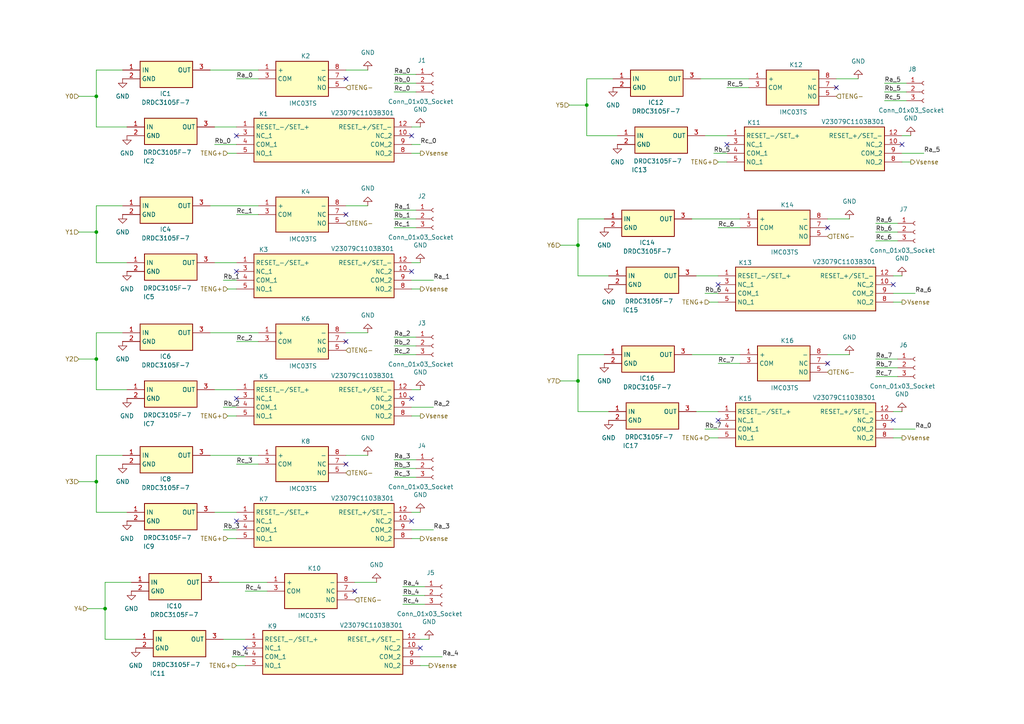
<source format=kicad_sch>
(kicad_sch (version 20231120) (generator "eeschema") (generator_version "8.0")
  (paper "A4")
  (junction (at 27.94 139.7))
  (junction (at 30.48 176.53))
  (junction (at 27.94 104.14))
  (junction (at 27.94 67.31))
  (junction (at 167.64 110.49))
  (junction (at 27.94 27.94))
  (junction (at 167.64 71.12))
  (junction (at 170.18 30.48))
  (no_connect (at 208.28 82.55))
  (no_connect (at 102.87 171.45))
  (no_connect (at 121.92 187.96))
  (no_connect (at 119.38 115.57))
  (no_connect (at 68.58 78.74))
  (no_connect (at 242.57 25.4))
  (no_connect (at 119.38 151.13))
  (no_connect (at 100.33 134.62))
  (no_connect (at 68.58 39.37))
  (no_connect (at 100.33 22.86))
  (no_connect (at 259.08 82.55))
  (no_connect (at 71.12 187.96))
  (no_connect (at 259.08 121.92))
  (no_connect (at 208.28 121.92))
  (no_connect (at 100.33 62.23))
  (no_connect (at 240.03 66.04))
  (no_connect (at 68.58 115.57))
  (no_connect (at 210.82 41.91))
  (no_connect (at 240.03 105.41))
  (no_connect (at 119.38 78.74))
  (no_connect (at 261.62 41.91))
  (no_connect (at 68.58 151.13))
  (no_connect (at 100.33 99.06))
  (no_connect (at 119.38 39.37))
  (wire (pts (xy 60.96 59.69) (xy 74.93 59.69)))
  (wire (pts (xy 66.04 44.45) (xy 68.58 44.45)))
  (wire (pts (xy 106.68 59.69) (xy 100.33 59.69)))
  (wire (pts (xy 208.28 105.41) (xy 214.63 105.41)))
  (wire (pts (xy 246.38 102.87) (xy 240.03 102.87)))
  (wire (pts (xy 27.94 96.52) (xy 35.56 96.52)))
  (wire (pts (xy 121.92 76.2) (xy 119.38 76.2)))
  (wire (pts (xy 167.64 102.87) (xy 175.26 102.87)))
  (wire (pts (xy 119.38 81.28) (xy 125.73 81.28)))
  (wire (pts (xy 254 67.31) (xy 260.35 67.31)))
  (wire (pts (xy 114.3 102.87) (xy 120.65 102.87)))
  (wire (pts (xy 254 106.68) (xy 260.35 106.68)))
  (wire (pts (xy 64.77 118.11) (xy 68.58 118.11)))
  (wire (pts (xy 121.92 156.21) (xy 119.38 156.21)))
  (wire (pts (xy 246.38 63.5) (xy 240.03 63.5)))
  (wire (pts (xy 114.3 135.89) (xy 120.65 135.89)))
  (wire (pts (xy 22.86 104.14) (xy 27.94 104.14)))
  (wire (pts (xy 167.64 119.38) (xy 176.53 119.38)))
  (wire (pts (xy 124.46 193.04) (xy 121.92 193.04)))
  (wire (pts (xy 68.58 76.2) (xy 62.23 76.2)))
  (wire (pts (xy 68.58 148.59) (xy 62.23 148.59)))
  (wire (pts (xy 60.96 20.32) (xy 74.93 20.32)))
  (wire (pts (xy 66.04 120.65) (xy 68.58 120.65)))
  (wire (pts (xy 167.64 63.5) (xy 167.64 71.12)))
  (wire (pts (xy 170.18 22.86) (xy 170.18 30.48)))
  (wire (pts (xy 170.18 22.86) (xy 177.8 22.86)))
  (wire (pts (xy 170.18 39.37) (xy 179.07 39.37)))
  (wire (pts (xy 22.86 67.31) (xy 27.94 67.31)))
  (wire (pts (xy 27.94 59.69) (xy 35.56 59.69)))
  (wire (pts (xy 27.94 76.2) (xy 36.83 76.2)))
  (wire (pts (xy 203.2 22.86) (xy 217.17 22.86)))
  (wire (pts (xy 114.3 97.79) (xy 120.65 97.79)))
  (wire (pts (xy 27.94 104.14) (xy 27.94 113.03)))
  (wire (pts (xy 254 109.22) (xy 260.35 109.22)))
  (wire (pts (xy 30.48 176.53) (xy 30.48 185.42)))
  (wire (pts (xy 27.94 27.94) (xy 27.94 36.83)))
  (wire (pts (xy 30.48 185.42) (xy 39.37 185.42)))
  (wire (pts (xy 119.38 118.11) (xy 125.73 118.11)))
  (wire (pts (xy 208.28 46.99) (xy 210.82 46.99)))
  (wire (pts (xy 248.92 22.86) (xy 242.57 22.86)))
  (wire (pts (xy 114.3 100.33) (xy 120.65 100.33)))
  (wire (pts (xy 71.12 185.42) (xy 64.77 185.42)))
  (wire (pts (xy 204.47 85.09) (xy 208.28 85.09)))
  (wire (pts (xy 114.3 60.96) (xy 120.65 60.96)))
  (wire (pts (xy 121.92 120.65) (xy 119.38 120.65)))
  (wire (pts (xy 27.94 36.83) (xy 36.83 36.83)))
  (wire (pts (xy 167.64 102.87) (xy 167.64 110.49)))
  (wire (pts (xy 116.84 175.26) (xy 123.19 175.26)))
  (wire (pts (xy 261.62 80.01) (xy 259.08 80.01)))
  (wire (pts (xy 162.56 71.12) (xy 167.64 71.12)))
  (wire (pts (xy 167.64 110.49) (xy 167.64 119.38)))
  (wire (pts (xy 63.5 168.91) (xy 77.47 168.91)))
  (wire (pts (xy 119.38 153.67) (xy 125.73 153.67)))
  (wire (pts (xy 30.48 168.91) (xy 30.48 176.53)))
  (wire (pts (xy 114.3 26.67) (xy 120.65 26.67)))
  (wire (pts (xy 210.82 39.37) (xy 204.47 39.37)))
  (wire (pts (xy 114.3 138.43) (xy 120.65 138.43)))
  (wire (pts (xy 68.58 193.04) (xy 71.12 193.04)))
  (wire (pts (xy 106.68 20.32) (xy 100.33 20.32)))
  (wire (pts (xy 121.92 83.82) (xy 119.38 83.82)))
  (wire (pts (xy 27.94 67.31) (xy 27.94 76.2)))
  (wire (pts (xy 121.92 148.59) (xy 119.38 148.59)))
  (wire (pts (xy 207.01 44.45) (xy 210.82 44.45)))
  (wire (pts (xy 205.74 127) (xy 208.28 127)))
  (wire (pts (xy 27.94 148.59) (xy 36.83 148.59)))
  (wire (pts (xy 121.92 190.5) (xy 128.27 190.5)))
  (wire (pts (xy 205.74 87.63) (xy 208.28 87.63)))
  (wire (pts (xy 109.22 168.91) (xy 102.87 168.91)))
  (wire (pts (xy 200.66 102.87) (xy 214.63 102.87)))
  (wire (pts (xy 200.66 63.5) (xy 214.63 63.5)))
  (wire (pts (xy 27.94 59.69) (xy 27.94 67.31)))
  (wire (pts (xy 170.18 30.48) (xy 170.18 39.37)))
  (wire (pts (xy 256.54 29.21) (xy 262.89 29.21)))
  (wire (pts (xy 121.92 41.91) (xy 119.38 41.91)))
  (wire (pts (xy 68.58 99.06) (xy 74.93 99.06)))
  (wire (pts (xy 60.96 96.52) (xy 74.93 96.52)))
  (wire (pts (xy 27.94 96.52) (xy 27.94 104.14)))
  (wire (pts (xy 68.58 134.62) (xy 74.93 134.62)))
  (wire (pts (xy 124.46 185.42) (xy 121.92 185.42)))
  (wire (pts (xy 259.08 85.09) (xy 265.43 85.09)))
  (wire (pts (xy 121.92 44.45) (xy 119.38 44.45)))
  (wire (pts (xy 114.3 63.5) (xy 120.65 63.5)))
  (wire (pts (xy 27.94 132.08) (xy 35.56 132.08)))
  (wire (pts (xy 261.62 44.45) (xy 267.97 44.45)))
  (wire (pts (xy 27.94 113.03) (xy 36.83 113.03)))
  (wire (pts (xy 261.62 119.38) (xy 259.08 119.38)))
  (wire (pts (xy 165.1 30.48) (xy 170.18 30.48)))
  (wire (pts (xy 256.54 24.13) (xy 262.89 24.13)))
  (wire (pts (xy 261.62 127) (xy 259.08 127)))
  (wire (pts (xy 66.04 156.21) (xy 68.58 156.21)))
  (wire (pts (xy 264.16 39.37) (xy 261.62 39.37)))
  (wire (pts (xy 67.31 190.5) (xy 71.12 190.5)))
  (wire (pts (xy 116.84 172.72) (xy 123.19 172.72)))
  (wire (pts (xy 121.92 113.03) (xy 119.38 113.03)))
  (wire (pts (xy 30.48 168.91) (xy 38.1 168.91)))
  (wire (pts (xy 254 104.14) (xy 260.35 104.14)))
  (wire (pts (xy 116.84 170.18) (xy 123.19 170.18)))
  (wire (pts (xy 22.86 27.94) (xy 27.94 27.94)))
  (wire (pts (xy 114.3 24.13) (xy 120.65 24.13)))
  (wire (pts (xy 254 64.77) (xy 260.35 64.77)))
  (wire (pts (xy 27.94 20.32) (xy 35.56 20.32)))
  (wire (pts (xy 167.64 71.12) (xy 167.64 80.01)))
  (wire (pts (xy 208.28 119.38) (xy 201.93 119.38)))
  (wire (pts (xy 68.58 62.23) (xy 74.93 62.23)))
  (wire (pts (xy 66.04 83.82) (xy 68.58 83.82)))
  (wire (pts (xy 121.92 36.83) (xy 119.38 36.83)))
  (wire (pts (xy 254 69.85) (xy 260.35 69.85)))
  (wire (pts (xy 259.08 124.46) (xy 265.43 124.46)))
  (wire (pts (xy 204.47 124.46) (xy 208.28 124.46)))
  (wire (pts (xy 114.3 21.59) (xy 120.65 21.59)))
  (wire (pts (xy 64.77 81.28) (xy 68.58 81.28)))
  (wire (pts (xy 60.96 132.08) (xy 74.93 132.08)))
  (wire (pts (xy 68.58 113.03) (xy 62.23 113.03)))
  (wire (pts (xy 62.23 41.91) (xy 68.58 41.91)))
  (wire (pts (xy 27.94 139.7) (xy 27.94 148.59)))
  (wire (pts (xy 167.64 80.01) (xy 176.53 80.01)))
  (wire (pts (xy 106.68 132.08) (xy 100.33 132.08)))
  (wire (pts (xy 27.94 132.08) (xy 27.94 139.7)))
  (wire (pts (xy 162.56 110.49) (xy 167.64 110.49)))
  (wire (pts (xy 256.54 26.67) (xy 262.89 26.67)))
  (wire (pts (xy 106.68 96.52) (xy 100.33 96.52)))
  (wire (pts (xy 68.58 36.83) (xy 62.23 36.83)))
  (wire (pts (xy 261.62 87.63) (xy 259.08 87.63)))
  (wire (pts (xy 208.28 80.01) (xy 201.93 80.01)))
  (wire (pts (xy 167.64 63.5) (xy 175.26 63.5)))
  (wire (pts (xy 71.12 171.45) (xy 77.47 171.45)))
  (wire (pts (xy 27.94 20.32) (xy 27.94 27.94)))
  (wire (pts (xy 68.58 22.86) (xy 74.93 22.86)))
  (wire (pts (xy 64.77 153.67) (xy 68.58 153.67)))
  (wire (pts (xy 25.4 176.53) (xy 30.48 176.53)))
  (wire (pts (xy 264.16 46.99) (xy 261.62 46.99)))
  (wire (pts (xy 114.3 133.35) (xy 120.65 133.35)))
  (wire (pts (xy 22.86 139.7) (xy 27.94 139.7)))
  (wire (pts (xy 210.82 25.4) (xy 217.17 25.4)))
  (wire (pts (xy 114.3 66.04) (xy 120.65 66.04)))
  (wire (pts (xy 208.28 66.04) (xy 214.63 66.04)))
  (label "Rb_4" (at 67.31 190.5 0))
  (label "Rc_3" (at 114.3 138.43 0))
  (label "Rc_7" (at 208.28 105.41 0))
  (label "Rb_1" (at 64.77 81.28 0))
  (label "Ra_1" (at 114.3 60.96 0))
  (label "Rb_7" (at 204.47 124.46 0))
  (label "Rc_2" (at 68.58 99.06 0))
  (label "Rb_3" (at 114.3 135.89 0))
  (label "Ra_2" (at 125.73 118.11 0))
  (label "Ra_1" (at 125.73 81.28 0))
  (label "Ra_6" (at 254 64.77 0))
  (label "Ra_4" (at 116.84 170.18 0))
  (label "Rc_6" (at 254 69.85 0))
  (label "Rc_3" (at 68.58 134.62 0))
  (label "Rb_2" (at 64.77 118.11 0))
  (label "Rb_7" (at 254 106.68 0))
  (label "Rc_4" (at 71.12 171.45 0))
  (label "Rc_0" (at 114.3 26.67 0))
  (label "Rb_6" (at 254 67.31 0))
  (label "Rc_6" (at 208.28 66.04 0))
  (label "Rc_7" (at 254 109.22 0))
  (label "Rb_6" (at 204.47 85.09 0))
  (label "Ra_2" (at 114.3 97.79 0))
  (label "Rb_0" (at 114.3 24.13 0))
  (label "Rb_5" (at 207.01 44.45 0))
  (label "Rb_3" (at 64.77 153.67 0))
  (label "Rb_1" (at 114.3 63.5 0))
  (label "Ra_4" (at 128.27 190.5 0))
  (label "Rc_1" (at 114.3 66.04 0))
  (label "Rc_4" (at 116.84 175.26 0))
  (label "Rb_5" (at 256.54 26.67 0))
  (label "Rb_0" (at 62.23 41.91 0))
  (label "Ra_3" (at 114.3 133.35 0))
  (label "Rc_0" (at 121.92 41.91 0))
  (label "Rb_4" (at 116.84 172.72 0))
  (label "Rb_2" (at 114.3 100.33 0))
  (label "Ra_0" (at 265.43 124.46 0))
  (label "Ra_5" (at 256.54 24.13 0))
  (label "Rc_2" (at 114.3 102.87 0))
  (label "Ra_3" (at 125.73 153.67 0))
  (label "Rc_5" (at 210.82 25.4 0))
  (label "Rc_5" (at 256.54 29.21 0))
  (label "Ra_7" (at 254 104.14 0))
  (label "Ra_0" (at 68.58 22.86 0))
  (label "Rc_1" (at 68.58 62.23 0))
  (label "Ra_6" (at 265.43 85.09 0))
  (label "Ra_0" (at 114.3 21.59 0))
  (label "Ra_5" (at 267.97 44.45 0))
  (hierarchical_label "TENG+" (shape input) (at 66.04 120.65 180))
  (hierarchical_label "TENG+" (shape input) (at 66.04 44.45 180))
  (hierarchical_label "TENG-" (shape input) (at 100.33 137.16 0))
  (hierarchical_label "Y2" (shape input) (at 22.86 104.14 180))
  (hierarchical_label "Y1" (shape input) (at 22.86 67.31 180))
  (hierarchical_label "Y3" (shape input) (at 22.86 139.7 180))
  (hierarchical_label "Vsense" (shape output) (at 264.16 46.99 0))
  (hierarchical_label "Vsense" (shape output) (at 121.92 156.21 0))
  (hierarchical_label "TENG-" (shape input) (at 100.33 64.77 0))
  (hierarchical_label "TENG+" (shape input) (at 66.04 156.21 180))
  (hierarchical_label "TENG-" (shape input) (at 240.03 68.58 0))
  (hierarchical_label "Y5" (shape input) (at 165.1 30.48 180))
  (hierarchical_label "Y7" (shape input) (at 162.56 110.49 180))
  (hierarchical_label "TENG-" (shape input) (at 240.03 107.95 0))
  (hierarchical_label "Vsense" (shape output) (at 121.92 44.45 0))
  (hierarchical_label "TENG-" (shape input) (at 100.33 25.4 0))
  (hierarchical_label "Vsense" (shape output) (at 121.92 120.65 0))
  (hierarchical_label "TENG-" (shape input) (at 242.57 27.94 0))
  (hierarchical_label "TENG+" (shape input) (at 66.04 83.82 180))
  (hierarchical_label "TENG+" (shape input) (at 205.74 127 180))
  (hierarchical_label "Vsense" (shape output) (at 261.62 87.63 0))
  (hierarchical_label "Vsense" (shape output) (at 121.92 83.82 0))
  (hierarchical_label "Vsense" (shape output) (at 261.62 127 0))
  (hierarchical_label "Y4" (shape input) (at 25.4 176.53 180))
  (hierarchical_label "TENG+" (shape input) (at 68.58 193.04 180))
  (hierarchical_label "TENG+" (shape input) (at 205.74 87.63 180))
  (hierarchical_label "TENG-" (shape input) (at 100.33 101.6 0))
  (hierarchical_label "Vsense" (shape output) (at 124.46 193.04 0))
  (hierarchical_label "Y6" (shape input) (at 162.56 71.12 180))
  (hierarchical_label "TENG+" (shape input) (at 208.28 46.99 180))
  (hierarchical_label "Y0" (shape input) (at 22.86 27.94 180))
  (hierarchical_label "TENG-" (shape input) (at 102.87 173.99 0))
  (symbol (lib_id "power:GND") (at 121.92 113.03 0) (mirror x) (unit 1)
    (property "Reference" "#PWR013" (effects (hide yes)))
    (property "Value" "GND" (at 121.92 107.95 0))
    (property "Description" "Power symbol creates a global label with name \"GND\" , ground" (effects (hide yes)))
  )
  (symbol (lib_id "power:GND") (at 106.68 20.32 0) (mirror x) (unit 1)
    (property "Reference" "#PWR04" (effects (hide yes)))
    (property "Value" "GND" (at 106.68 15.24 0))
    (property "Description" "Power symbol creates a global label with name \"GND\" , ground" (effects (hide yes)))
  )
  (symbol (lib_id "power:GND") (at 35.56 99.06 0) (unit 1)
    (property "Reference" "#PWR010" (effects (hide yes)))
    (property "Value" "GND" (at 35.56 104.14 0))
    (property "Description" "Power symbol creates a global label with name \"GND\" , ground" (effects (hide yes)))
  )
  (symbol (lib_id "power:GND") (at 176.53 82.55 0) (unit 1)
    (property "Reference" "#PWR027" (effects (hide yes)))
    (property "Value" "GND" (at 176.53 87.63 0))
    (property "Description" "Power symbol creates a global label with name \"GND\" , ground" (effects (hide yes)))
  )
  (symbol (lib_id "SamacSys_Parts:DRDC3105F-7") (at 36.83 113.03 0) (unit 1)
    (property "Reference" "IC7" (at 43.18 122.936 0))
    (property "Value" "DRDC3105F-7" (at 48.514 120.396 0))
    (property "Footprint" "SOT96P240X110-3N" (effects (hide yes)))
    (property "Datasheet" "https://www.diodes.com//assets/Datasheets/DRDC3105.pdf" (effects (hide yes)))
    (property "Description" "DiodesZetex DRDC3105F-7, MOSFET Power Driver, 500mA, 3  5 V, 3-Pin SOT-23" (effects (hide yes)))
    (property "Height" "1.1" (effects (hide yes)))
    (property "Manufacturer_Name" "Diodes Incorporated" (effects (hide yes)))
    (property "Manufacturer_Part_Number" "DRDC3105F-7" (effects (hide yes)))
    (property "Mouser Part Number" "621-DRDC3105F-7" (effects (hide yes)))
    (property "Mouser Price/Stock" "https://www.mouser.co.uk/ProductDetail/Diodes-Incorporated/DRDC3105F-7?qs=aAJSmuGJF4GVQptonL%2FTlg%3D%3D" (effects (hide yes)))
    (property "Arrow Part Number" "DRDC3105F-7" (effects (hide yes)))
    (property "Arrow Price/Stock" "https://www.arrow.com/en/products/drdc3105f-7/diodes-incorporated" (effects (hide yes)))
  )
  (symbol (lib_id "SamacSys_Parts:V23079C1103B301") (at 68.58 76.2 0) (unit 1)
    (property "Reference" "K3" (at 76.454 72.39 0))
    (property "Value" "V23079C1103B301" (at 105.156 72.136 0))
    (property "Footprint" "V23079A1001B301" (effects (hide yes)))
    (property "Datasheet" "https://www.te.com/commerce/DocumentDelivery/DDEController?Action=showdoc&DocId=Specification+Or+Standard%7F108-98002%7FZ5%7Fpdf%7FEnglish%7FENG_SS_108-98002_Z5.pdf%7F4-1393788-8" (effects (hide yes)))
    (property "Description" "Relay,signal,PCB,DPDT,2A,12Vdc,latching" (effects (hide yes)))
    (property "Height" "9" (effects (hide yes)))
    (property "Manufacturer_Name" "TE Connectivity" (effects (hide yes)))
    (property "Manufacturer_Part_Number" "V23079C1103B301" (effects (hide yes)))
    (property "Mouser Part Number" "655-V23079C1103B301" (effects (hide yes)))
    (property "Mouser Price/Stock" "https://www.mouser.co.uk/ProductDetail/TE-Connectivity-PB/V23079C1103B301?qs=CNrsY6Bml5mJjfpRR1yORw%3D%3D" (effects (hide yes)))
    (property "Arrow Part Number" "V23079C1103B301" (effects (hide yes)))
    (property "Arrow Price/Stock" "https://www.arrow.com/en/products/v23079c1103b301/te-connectivity?region=nac" (effects (hide yes)))
  )
  (symbol (lib_id "power:GND") (at 261.62 80.01 0) (mirror x) (unit 1)
    (property "Reference" "#PWR029" (effects (hide yes)))
    (property "Value" "GND" (at 261.62 74.93 0))
    (property "Description" "Power symbol creates a global label with name \"GND\" , ground" (effects (hide yes)))
  )
  (symbol (lib_id "SamacSys_Parts:V23079C1103B301") (at 71.12 185.42 0) (unit 1)
    (property "Reference" "K9" (at 78.994 181.61 0))
    (property "Value" "V23079C1103B301" (at 107.696 181.356 0))
    (property "Footprint" "V23079A1001B301" (effects (hide yes)))
    (property "Datasheet" "https://www.te.com/commerce/DocumentDelivery/DDEController?Action=showdoc&DocId=Specification+Or+Standard%7F108-98002%7FZ5%7Fpdf%7FEnglish%7FENG_SS_108-98002_Z5.pdf%7F4-1393788-8" (effects (hide yes)))
    (property "Description" "Relay,signal,PCB,DPDT,2A,12Vdc,latching" (effects (hide yes)))
    (property "Height" "9" (effects (hide yes)))
    (property "Manufacturer_Name" "TE Connectivity" (effects (hide yes)))
    (property "Manufacturer_Part_Number" "V23079C1103B301" (effects (hide yes)))
    (property "Mouser Part Number" "655-V23079C1103B301" (effects (hide yes)))
    (property "Mouser Price/Stock" "https://www.mouser.co.uk/ProductDetail/TE-Connectivity-PB/V23079C1103B301?qs=CNrsY6Bml5mJjfpRR1yORw%3D%3D" (effects (hide yes)))
    (property "Arrow Part Number" "V23079C1103B301" (effects (hide yes)))
    (property "Arrow Price/Stock" "https://www.arrow.com/en/products/v23079c1103b301/te-connectivity?region=nac" (effects (hide yes)))
  )
  (symbol (lib_id "SamacSys_Parts:V23079C1103B301") (at 208.28 119.38 0) (unit 1)
    (property "Reference" "K15" (at 216.154 115.57 0))
    (property "Value" "V23079C1103B301" (at 244.856 115.316 0))
    (property "Footprint" "V23079A1001B301" (effects (hide yes)))
    (property "Datasheet" "https://www.te.com/commerce/DocumentDelivery/DDEController?Action=showdoc&DocId=Specification+Or+Standard%7F108-98002%7FZ5%7Fpdf%7FEnglish%7FENG_SS_108-98002_Z5.pdf%7F4-1393788-8" (effects (hide yes)))
    (property "Description" "Relay,signal,PCB,DPDT,2A,12Vdc,latching" (effects (hide yes)))
    (property "Height" "9" (effects (hide yes)))
    (property "Manufacturer_Name" "TE Connectivity" (effects (hide yes)))
    (property "Manufacturer_Part_Number" "V23079C1103B301" (effects (hide yes)))
    (property "Mouser Part Number" "655-V23079C1103B301" (effects (hide yes)))
    (property "Mouser Price/Stock" "https://www.mouser.co.uk/ProductDetail/TE-Connectivity-PB/V23079C1103B301?qs=CNrsY6Bml5mJjfpRR1yORw%3D%3D" (effects (hide yes)))
    (property "Arrow Part Number" "V23079C1103B301" (effects (hide yes)))
    (property "Arrow Price/Stock" "https://www.arrow.com/en/products/v23079c1103b301/te-connectivity?region=nac" (effects (hide yes)))
  )
  (symbol (lib_id "power:GND") (at 35.56 22.86 0) (unit 1)
    (property "Reference" "#PWR01" (effects (hide yes)))
    (property "Value" "GND" (at 35.56 27.94 0))
    (property "Description" "Power symbol creates a global label with name \"GND\" , ground" (effects (hide yes)))
  )
  (symbol (lib_id "power:GND") (at 106.68 59.69 0) (mirror x) (unit 1)
    (property "Reference" "#PWR08" (effects (hide yes)))
    (property "Value" "GND" (at 106.68 54.61 0))
    (property "Description" "Power symbol creates a global label with name \"GND\" , ground" (effects (hide yes)))
  )
  (symbol (lib_id "SamacSys_Parts:DRDC3105F-7") (at 175.26 63.5 0) (unit 1)
    (property "Reference" "IC14" (at 187.706 70.358 0))
    (property "Value" "DRDC3105F-7" (at 187.706 72.898 0))
    (property "Footprint" "SOT96P240X110-3N" (effects (hide yes)))
    (property "Datasheet" "https://www.diodes.com//assets/Datasheets/DRDC3105.pdf" (effects (hide yes)))
    (property "Description" "DiodesZetex DRDC3105F-7, MOSFET Power Driver, 500mA, 3  5 V, 3-Pin SOT-23" (effects (hide yes)))
    (property "Height" "1.1" (effects (hide yes)))
    (property "Manufacturer_Name" "Diodes Incorporated" (effects (hide yes)))
    (property "Manufacturer_Part_Number" "DRDC3105F-7" (effects (hide yes)))
    (property "Mouser Part Number" "621-DRDC3105F-7" (effects (hide yes)))
    (property "Mouser Price/Stock" "https://www.mouser.co.uk/ProductDetail/Diodes-Incorporated/DRDC3105F-7?qs=aAJSmuGJF4GVQptonL%2FTlg%3D%3D" (effects (hide yes)))
    (property "Arrow Part Number" "DRDC3105F-7" (effects (hide yes)))
    (property "Arrow Price/Stock" "https://www.arrow.com/en/products/drdc3105f-7/diodes-incorporated" (effects (hide yes)))
  )
  (symbol (lib_id "power:GND") (at 264.16 39.37 0) (mirror x) (unit 1)
    (property "Reference" "#PWR025" (effects (hide yes)))
    (property "Value" "GND" (at 264.16 34.29 0))
    (property "Description" "Power symbol creates a global label with name \"GND\" , ground" (effects (hide yes)))
  )
  (symbol (lib_id "power:GND") (at 121.92 148.59 0) (mirror x) (unit 1)
    (property "Reference" "#PWR017" (effects (hide yes)))
    (property "Value" "GND" (at 121.92 143.51 0))
    (property "Description" "Power symbol creates a global label with name \"GND\" , ground" (effects (hide yes)))
  )
  (symbol (lib_id "SamacSys_Parts:DRDC3105F-7") (at 176.53 119.38 0) (unit 1)
    (property "Reference" "IC17" (at 182.88 129.286 0))
    (property "Value" "DRDC3105F-7" (at 188.214 126.746 0))
    (property "Footprint" "SOT96P240X110-3N" (effects (hide yes)))
    (property "Datasheet" "https://www.diodes.com//assets/Datasheets/DRDC3105.pdf" (effects (hide yes)))
    (property "Description" "DiodesZetex DRDC3105F-7, MOSFET Power Driver, 500mA, 3  5 V, 3-Pin SOT-23" (effects (hide yes)))
    (property "Height" "1.1" (effects (hide yes)))
    (property "Manufacturer_Name" "Diodes Incorporated" (effects (hide yes)))
    (property "Manufacturer_Part_Number" "DRDC3105F-7" (effects (hide yes)))
    (property "Mouser Part Number" "621-DRDC3105F-7" (effects (hide yes)))
    (property "Mouser Price/Stock" "https://www.mouser.co.uk/ProductDetail/Diodes-Incorporated/DRDC3105F-7?qs=aAJSmuGJF4GVQptonL%2FTlg%3D%3D" (effects (hide yes)))
    (property "Arrow Part Number" "DRDC3105F-7" (effects (hide yes)))
    (property "Arrow Price/Stock" "https://www.arrow.com/en/products/drdc3105f-7/diodes-incorporated" (effects (hide yes)))
  )
  (symbol (lib_id "power:GND") (at 124.46 185.42 0) (mirror x) (unit 1)
    (property "Reference" "#PWR021" (effects (hide yes)))
    (property "Value" "GND" (at 124.46 180.34 0))
    (property "Description" "Power symbol creates a global label with name \"GND\" , ground" (effects (hide yes)))
  )
  (symbol (lib_id "Connector:Conn_01x03_Socket") (at 265.43 67.31 0) (unit 1)
    (property "Reference" "J7" (at 260.858 60.706 0) (effects (justify left)))
    (property "Value" "Conn_01x03_Socket" (at 252.222 72.644 0) (effects (justify left)))
    (property "Footprint" "Connector_PinHeader_2.54mm:PinHeader_1x03_P2.54mm_Vertical" (effects (hide yes)))
    (property "Description" "Generic connector, single row, 01x03, script generated" (effects (hide yes)))
  )
  (symbol (lib_id "Connector:Conn_01x03_Socket") (at 125.73 100.33 0) (unit 1)
    (property "Reference" "J3" (at 121.158 93.726 0) (effects (justify left)))
    (property "Value" "Conn_01x03_Socket" (at 112.522 105.664 0) (effects (justify left)))
    (property "Footprint" "Connector_PinHeader_2.54mm:PinHeader_1x03_P2.54mm_Vertical" (effects (hide yes)))
    (property "Description" "Generic connector, single row, 01x03, script generated" (effects (hide yes)))
  )
  (symbol (lib_id "power:GND") (at 36.83 115.57 0) (unit 1)
    (property "Reference" "#PWR011" (effects (hide yes)))
    (property "Value" "GND" (at 36.83 120.65 0))
    (property "Description" "Power symbol creates a global label with name \"GND\" , ground" (effects (hide yes)))
  )
  (symbol (lib_id "power:GND") (at 35.56 134.62 0) (unit 1)
    (property "Reference" "#PWR014" (effects (hide yes)))
    (property "Value" "GND" (at 35.56 139.7 0))
    (property "Description" "Power symbol creates a global label with name \"GND\" , ground" (effects (hide yes)))
  )
  (symbol (lib_id "power:GND") (at 246.38 63.5 0) (mirror x) (unit 1)
    (property "Reference" "#PWR028" (effects (hide yes)))
    (property "Value" "GND" (at 246.38 58.42 0))
    (property "Description" "Power symbol creates a global label with name \"GND\" , ground" (effects (hide yes)))
  )
  (symbol (lib_id "SamacSys_Parts:IMC03TS") (at 74.93 20.32 0) (unit 1)
    (property "Reference" "K2" (at 88.646 16.256 0))
    (property "Value" "IMC03TS" (at 87.884 29.972 0))
    (property "Footprint" "IMC03TS" (effects (hide yes)))
    (property "Datasheet" "https://componentsearchengine.com/Datasheets/1/IMC03TS.pdf" (effects (hide yes)))
    (property "Description" "TE CONNECTIVITY - IMC03TS - RELAY, SIGNAL, SPDT, 30VDC, 2A" (effects (hide yes)))
    (property "Height" "5" (effects (hide yes)))
    (property "Manufacturer_Name" "TE Connectivity" (effects (hide yes)))
    (property "Manufacturer_Part_Number" "IMC03TS" (effects (hide yes)))
    (property "Mouser Part Number" "655-IMC03TS" (effects (hide yes)))
    (property "Mouser Price/Stock" "https://www.mouser.co.uk/ProductDetail/TE-Connectivity/IMC03TS?qs=cjQ5B1jJSzR1ZiTl5Tzf3w%3D%3D" (effects (hide yes)))
    (property "Arrow Part Number" "IMC03TS" (effects (hide yes)))
    (property "Arrow Price/Stock" "https://www.arrow.com/en/products/imc03ts/te-connectivity?region=nac" (effects (hide yes)))
  )
  (symbol (lib_id "SamacSys_Parts:V23079C1103B301") (at 68.58 148.59 0) (unit 1)
    (property "Reference" "K7" (at 76.454 144.78 0))
    (property "Value" "V23079C1103B301" (at 105.156 144.526 0))
    (property "Footprint" "V23079A1001B301" (effects (hide yes)))
    (property "Datasheet" "https://www.te.com/commerce/DocumentDelivery/DDEController?Action=showdoc&DocId=Specification+Or+Standard%7F108-98002%7FZ5%7Fpdf%7FEnglish%7FENG_SS_108-98002_Z5.pdf%7F4-1393788-8" (effects (hide yes)))
    (property "Description" "Relay,signal,PCB,DPDT,2A,12Vdc,latching" (effects (hide yes)))
    (property "Height" "9" (effects (hide yes)))
    (property "Manufacturer_Name" "TE Connectivity" (effects (hide yes)))
    (property "Manufacturer_Part_Number" "V23079C1103B301" (effects (hide yes)))
    (property "Mouser Part Number" "655-V23079C1103B301" (effects (hide yes)))
    (property "Mouser Price/Stock" "https://www.mouser.co.uk/ProductDetail/TE-Connectivity-PB/V23079C1103B301?qs=CNrsY6Bml5mJjfpRR1yORw%3D%3D" (effects (hide yes)))
    (property "Arrow Part Number" "V23079C1103B301" (effects (hide yes)))
    (property "Arrow Price/Stock" "https://www.arrow.com/en/products/v23079c1103b301/te-connectivity?region=nac" (effects (hide yes)))
  )
  (symbol (lib_id "power:GND") (at 39.37 187.96 0) (unit 1)
    (property "Reference" "#PWR019" (effects (hide yes)))
    (property "Value" "GND" (at 39.37 193.04 0))
    (property "Description" "Power symbol creates a global label with name \"GND\" , ground" (effects (hide yes)))
  )
  (symbol (lib_id "SamacSys_Parts:IMC03TS") (at 74.93 59.69 0) (unit 1)
    (property "Reference" "K4" (at 88.646 55.626 0))
    (property "Value" "IMC03TS" (at 87.884 69.342 0))
    (property "Footprint" "IMC03TS" (effects (hide yes)))
    (property "Datasheet" "https://componentsearchengine.com/Datasheets/1/IMC03TS.pdf" (effects (hide yes)))
    (property "Description" "TE CONNECTIVITY - IMC03TS - RELAY, SIGNAL, SPDT, 30VDC, 2A" (effects (hide yes)))
    (property "Height" "5" (effects (hide yes)))
    (property "Manufacturer_Name" "TE Connectivity" (effects (hide yes)))
    (property "Manufacturer_Part_Number" "IMC03TS" (effects (hide yes)))
    (property "Mouser Part Number" "655-IMC03TS" (effects (hide yes)))
    (property "Mouser Price/Stock" "https://www.mouser.co.uk/ProductDetail/TE-Connectivity/IMC03TS?qs=cjQ5B1jJSzR1ZiTl5Tzf3w%3D%3D" (effects (hide yes)))
    (property "Arrow Part Number" "IMC03TS" (effects (hide yes)))
    (property "Arrow Price/Stock" "https://www.arrow.com/en/products/imc03ts/te-connectivity?region=nac" (effects (hide yes)))
  )
  (symbol (lib_id "power:GND") (at 175.26 66.04 0) (unit 1)
    (property "Reference" "#PWR026" (effects (hide yes)))
    (property "Value" "GND" (at 175.26 71.12 0))
    (property "Description" "Power symbol creates a global label with name \"GND\" , ground" (effects (hide yes)))
  )
  (symbol (lib_id "power:GND") (at 36.83 78.74 0) (unit 1)
    (property "Reference" "#PWR07" (effects (hide yes)))
    (property "Value" "GND" (at 36.83 83.82 0))
    (property "Description" "Power symbol creates a global label with name \"GND\" , ground" (effects (hide yes)))
  )
  (symbol (lib_id "power:GND") (at 35.56 62.23 0) (unit 1)
    (property "Reference" "#PWR06" (effects (hide yes)))
    (property "Value" "GND" (at 35.56 67.31 0))
    (property "Description" "Power symbol creates a global label with name \"GND\" , ground" (effects (hide yes)))
  )
  (symbol (lib_id "power:GND") (at 36.83 39.37 0) (unit 1)
    (property "Reference" "#PWR03" (effects (hide yes)))
    (property "Value" "GND" (at 36.83 44.45 0))
    (property "Description" "Power symbol creates a global label with name \"GND\" , ground" (effects (hide yes)))
  )
  (symbol (lib_id "SamacSys_Parts:DRDC3105F-7") (at 36.83 36.83 0) (unit 1)
    (property "Reference" "IC2" (at 43.18 46.736 0))
    (property "Value" "DRDC3105F-7" (at 48.514 44.196 0))
    (property "Footprint" "SOT96P240X110-3N" (effects (hide yes)))
    (property "Datasheet" "https://www.diodes.com//assets/Datasheets/DRDC3105.pdf" (effects (hide yes)))
    (property "Description" "DiodesZetex DRDC3105F-7, MOSFET Power Driver, 500mA, 3  5 V, 3-Pin SOT-23" (effects (hide yes)))
    (property "Height" "1.1" (effects (hide yes)))
    (property "Manufacturer_Name" "Diodes Incorporated" (effects (hide yes)))
    (property "Manufacturer_Part_Number" "DRDC3105F-7" (effects (hide yes)))
    (property "Mouser Part Number" "621-DRDC3105F-7" (effects (hide yes)))
    (property "Mouser Price/Stock" "https://www.mouser.co.uk/ProductDetail/Diodes-Incorporated/DRDC3105F-7?qs=aAJSmuGJF4GVQptonL%2FTlg%3D%3D" (effects (hide yes)))
    (property "Arrow Part Number" "DRDC3105F-7" (effects (hide yes)))
    (property "Arrow Price/Stock" "https://www.arrow.com/en/products/drdc3105f-7/diodes-incorporated" (effects (hide yes)))
  )
  (symbol (lib_id "power:GND") (at 36.83 151.13 0) (unit 1)
    (property "Reference" "#PWR015" (effects (hide yes)))
    (property "Value" "GND" (at 36.83 156.21 0))
    (property "Description" "Power symbol creates a global label with name \"GND\" , ground" (effects (hide yes)))
  )
  (symbol (lib_id "Connector:Conn_01x03_Socket") (at 128.27 172.72 0) (unit 1)
    (property "Reference" "J5" (at 123.698 166.116 0) (effects (justify left)))
    (property "Value" "Conn_01x03_Socket" (at 115.062 178.054 0) (effects (justify left)))
    (property "Footprint" "Connector_PinHeader_2.54mm:PinHeader_1x03_P2.54mm_Vertical" (effects (hide yes)))
    (property "Description" "Generic connector, single row, 01x03, script generated" (effects (hide yes)))
  )
  (symbol (lib_id "power:GND") (at 106.68 96.52 0) (mirror x) (unit 1)
    (property "Reference" "#PWR012" (effects (hide yes)))
    (property "Value" "GND" (at 106.68 91.44 0))
    (property "Description" "Power symbol creates a global label with name \"GND\" , ground" (effects (hide yes)))
  )
  (symbol (lib_id "SamacSys_Parts:DRDC3105F-7") (at 175.26 102.87 0) (unit 1)
    (property "Reference" "IC16" (at 187.706 109.728 0))
    (property "Value" "DRDC3105F-7" (at 187.706 112.268 0))
    (property "Footprint" "SOT96P240X110-3N" (effects (hide yes)))
    (property "Datasheet" "https://www.diodes.com//assets/Datasheets/DRDC3105.pdf" (effects (hide yes)))
    (property "Description" "DiodesZetex DRDC3105F-7, MOSFET Power Driver, 500mA, 3  5 V, 3-Pin SOT-23" (effects (hide yes)))
    (property "Height" "1.1" (effects (hide yes)))
    (property "Manufacturer_Name" "Diodes Incorporated" (effects (hide yes)))
    (property "Manufacturer_Part_Number" "DRDC3105F-7" (effects (hide yes)))
    (property "Mouser Part Number" "621-DRDC3105F-7" (effects (hide yes)))
    (property "Mouser Price/Stock" "https://www.mouser.co.uk/ProductDetail/Diodes-Incorporated/DRDC3105F-7?qs=aAJSmuGJF4GVQptonL%2FTlg%3D%3D" (effects (hide yes)))
    (property "Arrow Part Number" "DRDC3105F-7" (effects (hide yes)))
    (property "Arrow Price/Stock" "https://www.arrow.com/en/products/drdc3105f-7/diodes-incorporated" (effects (hide yes)))
  )
  (symbol (lib_id "SamacSys_Parts:DRDC3105F-7") (at 35.56 132.08 0) (unit 1)
    (property "Reference" "IC8" (at 48.006 138.938 0))
    (property "Value" "DRDC3105F-7" (at 48.006 141.478 0))
    (property "Footprint" "SOT96P240X110-3N" (effects (hide yes)))
    (property "Datasheet" "https://www.diodes.com//assets/Datasheets/DRDC3105.pdf" (effects (hide yes)))
    (property "Description" "DiodesZetex DRDC3105F-7, MOSFET Power Driver, 500mA, 3  5 V, 3-Pin SOT-23" (effects (hide yes)))
    (property "Height" "1.1" (effects (hide yes)))
    (property "Manufacturer_Name" "Diodes Incorporated" (effects (hide yes)))
    (property "Manufacturer_Part_Number" "DRDC3105F-7" (effects (hide yes)))
    (property "Mouser Part Number" "621-DRDC3105F-7" (effects (hide yes)))
    (property "Mouser Price/Stock" "https://www.mouser.co.uk/ProductDetail/Diodes-Incorporated/DRDC3105F-7?qs=aAJSmuGJF4GVQptonL%2FTlg%3D%3D" (effects (hide yes)))
    (property "Arrow Part Number" "DRDC3105F-7" (effects (hide yes)))
    (property "Arrow Price/Stock" "https://www.arrow.com/en/products/drdc3105f-7/diodes-incorporated" (effects (hide yes)))
  )
  (symbol (lib_id "power:GND") (at 109.22 168.91 0) (mirror x) (unit 1)
    (property "Reference" "#PWR020" (effects (hide yes)))
    (property "Value" "GND" (at 109.22 163.83 0))
    (property "Description" "Power symbol creates a global label with name \"GND\" , ground" (effects (hide yes)))
  )
  (symbol (lib_id "SamacSys_Parts:V23079C1103B301") (at 210.82 39.37 0) (unit 1)
    (property "Reference" "K11" (at 218.694 35.56 0))
    (property "Value" "V23079C1103B301" (at 247.396 35.306 0))
    (property "Footprint" "V23079A1001B301" (effects (hide yes)))
    (property "Datasheet" "https://www.te.com/commerce/DocumentDelivery/DDEController?Action=showdoc&DocId=Specification+Or+Standard%7F108-98002%7FZ5%7Fpdf%7FEnglish%7FENG_SS_108-98002_Z5.pdf%7F4-1393788-8" (effects (hide yes)))
    (property "Description" "Relay,signal,PCB,DPDT,2A,12Vdc,latching" (effects (hide yes)))
    (property "Height" "9" (effects (hide yes)))
    (property "Manufacturer_Name" "TE Connectivity" (effects (hide yes)))
    (property "Manufacturer_Part_Number" "V23079C1103B301" (effects (hide yes)))
    (property "Mouser Part Number" "655-V23079C1103B301" (effects (hide yes)))
    (property "Mouser Price/Stock" "https://www.mouser.co.uk/ProductDetail/TE-Connectivity-PB/V23079C1103B301?qs=CNrsY6Bml5mJjfpRR1yORw%3D%3D" (effects (hide yes)))
    (property "Arrow Part Number" "V23079C1103B301" (effects (hide yes)))
    (property "Arrow Price/Stock" "https://www.arrow.com/en/products/v23079c1103b301/te-connectivity?region=nac" (effects (hide yes)))
  )
  (symbol (lib_id "SamacSys_Parts:DRDC3105F-7") (at 176.53 80.01 0) (unit 1)
    (property "Reference" "IC15" (at 182.88 89.916 0))
    (property "Value" "DRDC3105F-7" (at 188.214 87.376 0))
    (property "Footprint" "SOT96P240X110-3N" (effects (hide yes)))
    (property "Datasheet" "https://www.diodes.com//assets/Datasheets/DRDC3105.pdf" (effects (hide yes)))
    (property "Description" "DiodesZetex DRDC3105F-7, MOSFET Power Driver, 500mA, 3  5 V, 3-Pin SOT-23" (effects (hide yes)))
    (property "Height" "1.1" (effects (hide yes)))
    (property "Manufacturer_Name" "Diodes Incorporated" (effects (hide yes)))
    (property "Manufacturer_Part_Number" "DRDC3105F-7" (effects (hide yes)))
    (property "Mouser Part Number" "621-DRDC3105F-7" (effects (hide yes)))
    (property "Mouser Price/Stock" "https://www.mouser.co.uk/ProductDetail/Diodes-Incorporated/DRDC3105F-7?qs=aAJSmuGJF4GVQptonL%2FTlg%3D%3D" (effects (hide yes)))
    (property "Arrow Part Number" "DRDC3105F-7" (effects (hide yes)))
    (property "Arrow Price/Stock" "https://www.arrow.com/en/products/drdc3105f-7/diodes-incorporated" (effects (hide yes)))
  )
  (symbol (lib_id "SamacSys_Parts:DRDC3105F-7") (at 39.37 185.42 0) (unit 1)
    (property "Reference" "IC11" (at 45.72 195.326 0))
    (property "Value" "DRDC3105F-7" (at 51.054 192.786 0))
    (property "Footprint" "SOT96P240X110-3N" (effects (hide yes)))
    (property "Datasheet" "https://www.diodes.com//assets/Datasheets/DRDC3105.pdf" (effects (hide yes)))
    (property "Description" "DiodesZetex DRDC3105F-7, MOSFET Power Driver, 500mA, 3  5 V, 3-Pin SOT-23" (effects (hide yes)))
    (property "Height" "1.1" (effects (hide yes)))
    (property "Manufacturer_Name" "Diodes Incorporated" (effects (hide yes)))
    (property "Manufacturer_Part_Number" "DRDC3105F-7" (effects (hide yes)))
    (property "Mouser Part Number" "621-DRDC3105F-7" (effects (hide yes)))
    (property "Mouser Price/Stock" "https://www.mouser.co.uk/ProductDetail/Diodes-Incorporated/DRDC3105F-7?qs=aAJSmuGJF4GVQptonL%2FTlg%3D%3D" (effects (hide yes)))
    (property "Arrow Part Number" "DRDC3105F-7" (effects (hide yes)))
    (property "Arrow Price/Stock" "https://www.arrow.com/en/products/drdc3105f-7/diodes-incorporated" (effects (hide yes)))
  )
  (symbol (lib_id "SamacSys_Parts:DRDC3105F-7") (at 179.07 39.37 0) (unit 1)
    (property "Reference" "IC13" (at 185.42 49.276 0))
    (property "Value" "DRDC3105F-7" (at 190.754 46.736 0))
    (property "Footprint" "SOT96P240X110-3N" (effects (hide yes)))
    (property "Datasheet" "https://www.diodes.com//assets/Datasheets/DRDC3105.pdf" (effects (hide yes)))
    (property "Description" "DiodesZetex DRDC3105F-7, MOSFET Power Driver, 500mA, 3  5 V, 3-Pin SOT-23" (effects (hide yes)))
    (property "Height" "1.1" (effects (hide yes)))
    (property "Manufacturer_Name" "Diodes Incorporated" (effects (hide yes)))
    (property "Manufacturer_Part_Number" "DRDC3105F-7" (effects (hide yes)))
    (property "Mouser Part Number" "621-DRDC3105F-7" (effects (hide yes)))
    (property "Mouser Price/Stock" "https://www.mouser.co.uk/ProductDetail/Diodes-Incorporated/DRDC3105F-7?qs=aAJSmuGJF4GVQptonL%2FTlg%3D%3D" (effects (hide yes)))
    (property "Arrow Part Number" "DRDC3105F-7" (effects (hide yes)))
    (property "Arrow Price/Stock" "https://www.arrow.com/en/products/drdc3105f-7/diodes-incorporated" (effects (hide yes)))
  )
  (symbol (lib_id "SamacSys_Parts:IMC03TS") (at 74.93 96.52 0) (unit 1)
    (property "Reference" "K6" (at 88.646 92.456 0))
    (property "Value" "IMC03TS" (at 87.884 106.172 0))
    (property "Footprint" "IMC03TS" (effects (hide yes)))
    (property "Datasheet" "https://componentsearchengine.com/Datasheets/1/IMC03TS.pdf" (effects (hide yes)))
    (property "Description" "TE CONNECTIVITY - IMC03TS - RELAY, SIGNAL, SPDT, 30VDC, 2A" (effects (hide yes)))
    (property "Height" "5" (effects (hide yes)))
    (property "Manufacturer_Name" "TE Connectivity" (effects (hide yes)))
    (property "Manufacturer_Part_Number" "IMC03TS" (effects (hide yes)))
    (property "Mouser Part Number" "655-IMC03TS" (effects (hide yes)))
    (property "Mouser Price/Stock" "https://www.mouser.co.uk/ProductDetail/TE-Connectivity/IMC03TS?qs=cjQ5B1jJSzR1ZiTl5Tzf3w%3D%3D" (effects (hide yes)))
    (property "Arrow Part Number" "IMC03TS" (effects (hide yes)))
    (property "Arrow Price/Stock" "https://www.arrow.com/en/products/imc03ts/te-connectivity?region=nac" (effects (hide yes)))
  )
  (symbol (lib_id "SamacSys_Parts:V23079C1103B301") (at 208.28 80.01 0) (unit 1)
    (property "Reference" "K13" (at 216.154 76.2 0))
    (property "Value" "V23079C1103B301" (at 244.856 75.946 0))
    (property "Footprint" "V23079A1001B301" (effects (hide yes)))
    (property "Datasheet" "https://www.te.com/commerce/DocumentDelivery/DDEController?Action=showdoc&DocId=Specification+Or+Standard%7F108-98002%7FZ5%7Fpdf%7FEnglish%7FENG_SS_108-98002_Z5.pdf%7F4-1393788-8" (effects (hide yes)))
    (property "Description" "Relay,signal,PCB,DPDT,2A,12Vdc,latching" (effects (hide yes)))
    (property "Height" "9" (effects (hide yes)))
    (property "Manufacturer_Name" "TE Connectivity" (effects (hide yes)))
    (property "Manufacturer_Part_Number" "V23079C1103B301" (effects (hide yes)))
    (property "Mouser Part Number" "655-V23079C1103B301" (effects (hide yes)))
    (property "Mouser Price/Stock" "https://www.mouser.co.uk/ProductDetail/TE-Connectivity-PB/V23079C1103B301?qs=CNrsY6Bml5mJjfpRR1yORw%3D%3D" (effects (hide yes)))
    (property "Arrow Part Number" "V23079C1103B301" (effects (hide yes)))
    (property "Arrow Price/Stock" "https://www.arrow.com/en/products/v23079c1103b301/te-connectivity?region=nac" (effects (hide yes)))
  )
  (symbol (lib_id "power:GND") (at 248.92 22.86 0) (mirror x) (unit 1)
    (property "Reference" "#PWR024" (effects (hide yes)))
    (property "Value" "GND" (at 248.92 17.78 0))
    (property "Description" "Power symbol creates a global label with name \"GND\" , ground" (effects (hide yes)))
  )
  (symbol (lib_id "power:GND") (at 246.38 102.87 0) (mirror x) (unit 1)
    (property "Reference" "#PWR032" (effects (hide yes)))
    (property "Value" "GND" (at 246.38 97.79 0))
    (property "Description" "Power symbol creates a global label with name \"GND\" , ground" (effects (hide yes)))
  )
  (symbol (lib_id "SamacSys_Parts:DRDC3105F-7") (at 36.83 76.2 0) (unit 1)
    (property "Reference" "IC5" (at 43.18 86.106 0))
    (property "Value" "DRDC3105F-7" (at 48.514 83.566 0))
    (property "Footprint" "SOT96P240X110-3N" (effects (hide yes)))
    (property "Datasheet" "https://www.diodes.com//assets/Datasheets/DRDC3105.pdf" (effects (hide yes)))
    (property "Description" "DiodesZetex DRDC3105F-7, MOSFET Power Driver, 500mA, 3  5 V, 3-Pin SOT-23" (effects (hide yes)))
    (property "Height" "1.1" (effects (hide yes)))
    (property "Manufacturer_Name" "Diodes Incorporated" (effects (hide yes)))
    (property "Manufacturer_Part_Number" "DRDC3105F-7" (effects (hide yes)))
    (property "Mouser Part Number" "621-DRDC3105F-7" (effects (hide yes)))
    (property "Mouser Price/Stock" "https://www.mouser.co.uk/ProductDetail/Diodes-Incorporated/DRDC3105F-7?qs=aAJSmuGJF4GVQptonL%2FTlg%3D%3D" (effects (hide yes)))
    (property "Arrow Part Number" "DRDC3105F-7" (effects (hide yes)))
    (property "Arrow Price/Stock" "https://www.arrow.com/en/products/drdc3105f-7/diodes-incorporated" (effects (hide yes)))
  )
  (symbol (lib_id "Connector:Conn_01x03_Socket") (at 265.43 106.68 0) (unit 1)
    (property "Reference" "J6" (at 260.858 100.076 0) (effects (justify left)))
    (property "Value" "Conn_01x03_Socket" (at 252.222 112.014 0) (effects (justify left)))
    (property "Footprint" "Connector_PinHeader_2.54mm:PinHeader_1x03_P2.54mm_Vertical" (effects (hide yes)))
    (property "Description" "Generic connector, single row, 01x03, script generated" (effects (hide yes)))
  )
  (symbol (lib_id "power:GND") (at 177.8 25.4 0) (unit 1)
    (property "Reference" "#PWR022" (effects (hide yes)))
    (property "Value" "GND" (at 177.8 30.48 0))
    (property "Description" "Power symbol creates a global label with name \"GND\" , ground" (effects (hide yes)))
  )
  (symbol (lib_id "SamacSys_Parts:V23079C1103B301") (at 68.58 113.03 0) (unit 1)
    (property "Reference" "K5" (at 76.454 109.22 0))
    (property "Value" "V23079C1103B301" (at 105.156 108.966 0))
    (property "Footprint" "V23079A1001B301" (effects (hide yes)))
    (property "Datasheet" "https://www.te.com/commerce/DocumentDelivery/DDEController?Action=showdoc&DocId=Specification+Or+Standard%7F108-98002%7FZ5%7Fpdf%7FEnglish%7FENG_SS_108-98002_Z5.pdf%7F4-1393788-8" (effects (hide yes)))
    (property "Description" "Relay,signal,PCB,DPDT,2A,12Vdc,latching" (effects (hide yes)))
    (property "Height" "9" (effects (hide yes)))
    (property "Manufacturer_Name" "TE Connectivity" (effects (hide yes)))
    (property "Manufacturer_Part_Number" "V23079C1103B301" (effects (hide yes)))
    (property "Mouser Part Number" "655-V23079C1103B301" (effects (hide yes)))
    (property "Mouser Price/Stock" "https://www.mouser.co.uk/ProductDetail/TE-Connectivity-PB/V23079C1103B301?qs=CNrsY6Bml5mJjfpRR1yORw%3D%3D" (effects (hide yes)))
    (property "Arrow Part Number" "V23079C1103B301" (effects (hide yes)))
    (property "Arrow Price/Stock" "https://www.arrow.com/en/products/v23079c1103b301/te-connectivity?region=nac" (effects (hide yes)))
  )
  (symbol (lib_id "power:GND") (at 38.1 171.45 0) (unit 1)
    (property "Reference" "#PWR018" (effects (hide yes)))
    (property "Value" "GND" (at 38.1 176.53 0))
    (property "Description" "Power symbol creates a global label with name \"GND\" , ground" (effects (hide yes)))
  )
  (symbol (lib_id "SamacSys_Parts:IMC03TS") (at 74.93 132.08 0) (unit 1)
    (property "Reference" "K8" (at 88.646 128.016 0))
    (property "Value" "IMC03TS" (at 87.884 141.732 0))
    (property "Footprint" "IMC03TS" (effects (hide yes)))
    (property "Datasheet" "https://componentsearchengine.com/Datasheets/1/IMC03TS.pdf" (effects (hide yes)))
    (property "Description" "TE CONNECTIVITY - IMC03TS - RELAY, SIGNAL, SPDT, 30VDC, 2A" (effects (hide yes)))
    (property "Height" "5" (effects (hide yes)))
    (property "Manufacturer_Name" "TE Connectivity" (effects (hide yes)))
    (property "Manufacturer_Part_Number" "IMC03TS" (effects (hide yes)))
    (property "Mouser Part Number" "655-IMC03TS" (effects (hide yes)))
    (property "Mouser Price/Stock" "https://www.mouser.co.uk/ProductDetail/TE-Connectivity/IMC03TS?qs=cjQ5B1jJSzR1ZiTl5Tzf3w%3D%3D" (effects (hide yes)))
    (property "Arrow Part Number" "IMC03TS" (effects (hide yes)))
    (property "Arrow Price/Stock" "https://www.arrow.com/en/products/imc03ts/te-connectivity?region=nac" (effects (hide yes)))
  )
  (symbol (lib_id "power:GND") (at 106.68 132.08 0) (mirror x) (unit 1)
    (property "Reference" "#PWR016" (effects (hide yes)))
    (property "Value" "GND" (at 106.68 127 0))
    (property "Description" "Power symbol creates a global label with name \"GND\" , ground" (effects (hide yes)))
  )
  (symbol (lib_id "SamacSys_Parts:IMC03TS") (at 217.17 22.86 0) (unit 1)
    (property "Reference" "K12" (at 230.886 18.796 0))
    (property "Value" "IMC03TS" (at 230.124 32.512 0))
    (property "Footprint" "IMC03TS" (effects (hide yes)))
    (property "Datasheet" "https://componentsearchengine.com/Datasheets/1/IMC03TS.pdf" (effects (hide yes)))
    (property "Description" "TE CONNECTIVITY - IMC03TS - RELAY, SIGNAL, SPDT, 30VDC, 2A" (effects (hide yes)))
    (property "Height" "5" (effects (hide yes)))
    (property "Manufacturer_Name" "TE Connectivity" (effects (hide yes)))
    (property "Manufacturer_Part_Number" "IMC03TS" (effects (hide yes)))
    (property "Mouser Part Number" "655-IMC03TS" (effects (hide yes)))
    (property "Mouser Price/Stock" "https://www.mouser.co.uk/ProductDetail/TE-Connectivity/IMC03TS?qs=cjQ5B1jJSzR1ZiTl5Tzf3w%3D%3D" (effects (hide yes)))
    (property "Arrow Part Number" "IMC03TS" (effects (hide yes)))
    (property "Arrow Price/Stock" "https://www.arrow.com/en/products/imc03ts/te-connectivity?region=nac" (effects (hide yes)))
  )
  (symbol (lib_id "SamacSys_Parts:IMC03TS") (at 77.47 168.91 0) (unit 1)
    (property "Reference" "K10" (at 91.186 164.846 0))
    (property "Value" "IMC03TS" (at 90.424 178.562 0))
    (property "Footprint" "IMC03TS" (effects (hide yes)))
    (property "Datasheet" "https://componentsearchengine.com/Datasheets/1/IMC03TS.pdf" (effects (hide yes)))
    (property "Description" "TE CONNECTIVITY - IMC03TS - RELAY, SIGNAL, SPDT, 30VDC, 2A" (effects (hide yes)))
    (property "Height" "5" (effects (hide yes)))
    (property "Manufacturer_Name" "TE Connectivity" (effects (hide yes)))
    (property "Manufacturer_Part_Number" "IMC03TS" (effects (hide yes)))
    (property "Mouser Part Number" "655-IMC03TS" (effects (hide yes)))
    (property "Mouser Price/Stock" "https://www.mouser.co.uk/ProductDetail/TE-Connectivity/IMC03TS?qs=cjQ5B1jJSzR1ZiTl5Tzf3w%3D%3D" (effects (hide yes)))
    (property "Arrow Part Number" "IMC03TS" (effects (hide yes)))
    (property "Arrow Price/Stock" "https://www.arrow.com/en/products/imc03ts/te-connectivity?region=nac" (effects (hide yes)))
  )
  (symbol (lib_id "power:GND") (at 121.92 76.2 0) (mirror x) (unit 1)
    (property "Reference" "#PWR09" (effects (hide yes)))
    (property "Value" "GND" (at 121.92 71.12 0))
    (property "Description" "Power symbol creates a global label with name \"GND\" , ground" (effects (hide yes)))
  )
  (symbol (lib_id "Connector:Conn_01x03_Socket") (at 267.97 26.67 0) (unit 1)
    (property "Reference" "J8" (at 263.398 20.066 0) (effects (justify left)))
    (property "Value" "Conn_01x03_Socket" (at 254.762 32.004 0) (effects (justify left)))
    (property "Footprint" "Connector_PinHeader_2.54mm:PinHeader_1x03_P2.54mm_Vertical" (effects (hide yes)))
    (property "Description" "Generic connector, single row, 01x03, script generated" (effects (hide yes)))
  )
  (symbol (lib_id "SamacSys_Parts:DRDC3105F-7") (at 36.83 148.59 0) (unit 1)
    (property "Reference" "IC9" (at 43.18 158.496 0))
    (property "Value" "DRDC3105F-7" (at 48.514 155.956 0))
    (property "Footprint" "SOT96P240X110-3N" (effects (hide yes)))
    (property "Datasheet" "https://www.diodes.com//assets/Datasheets/DRDC3105.pdf" (effects (hide yes)))
    (property "Description" "DiodesZetex DRDC3105F-7, MOSFET Power Driver, 500mA, 3  5 V, 3-Pin SOT-23" (effects (hide yes)))
    (property "Height" "1.1" (effects (hide yes)))
    (property "Manufacturer_Name" "Diodes Incorporated" (effects (hide yes)))
    (property "Manufacturer_Part_Number" "DRDC3105F-7" (effects (hide yes)))
    (property "Mouser Part Number" "621-DRDC3105F-7" (effects (hide yes)))
    (property "Mouser Price/Stock" "https://www.mouser.co.uk/ProductDetail/Diodes-Incorporated/DRDC3105F-7?qs=aAJSmuGJF4GVQptonL%2FTlg%3D%3D" (effects (hide yes)))
    (property "Arrow Part Number" "DRDC3105F-7" (effects (hide yes)))
    (property "Arrow Price/Stock" "https://www.arrow.com/en/products/drdc3105f-7/diodes-incorporated" (effects (hide yes)))
  )
  (symbol (lib_id "SamacSys_Parts:DRDC3105F-7") (at 177.8 22.86 0) (unit 1)
    (property "Reference" "IC12" (at 190.246 29.718 0))
    (property "Value" "DRDC3105F-7" (at 190.246 32.258 0))
    (property "Footprint" "SOT96P240X110-3N" (effects (hide yes)))
    (property "Datasheet" "https://www.diodes.com//assets/Datasheets/DRDC3105.pdf" (effects (hide yes)))
    (property "Description" "DiodesZetex DRDC3105F-7, MOSFET Power Driver, 500mA, 3  5 V, 3-Pin SOT-23" (effects (hide yes)))
    (property "Height" "1.1" (effects (hide yes)))
    (property "Manufacturer_Name" "Diodes Incorporated" (effects (hide yes)))
    (property "Manufacturer_Part_Number" "DRDC3105F-7" (effects (hide yes)))
    (property "Mouser Part Number" "621-DRDC3105F-7" (effects (hide yes)))
    (property "Mouser Price/Stock" "https://www.mouser.co.uk/ProductDetail/Diodes-Incorporated/DRDC3105F-7?qs=aAJSmuGJF4GVQptonL%2FTlg%3D%3D" (effects (hide yes)))
    (property "Arrow Part Number" "DRDC3105F-7" (effects (hide yes)))
    (property "Arrow Price/Stock" "https://www.arrow.com/en/products/drdc3105f-7/diodes-incorporated" (effects (hide yes)))
  )
  (symbol (lib_id "SamacSys_Parts:IMC03TS") (at 214.63 63.5 0) (unit 1)
    (property "Reference" "K14" (at 228.346 59.436 0))
    (property "Value" "IMC03TS" (at 227.584 73.152 0))
    (property "Footprint" "IMC03TS" (effects (hide yes)))
    (property "Datasheet" "https://componentsearchengine.com/Datasheets/1/IMC03TS.pdf" (effects (hide yes)))
    (property "Description" "TE CONNECTIVITY - IMC03TS - RELAY, SIGNAL, SPDT, 30VDC, 2A" (effects (hide yes)))
    (property "Height" "5" (effects (hide yes)))
    (property "Manufacturer_Name" "TE Connectivity" (effects (hide yes)))
    (property "Manufacturer_Part_Number" "IMC03TS" (effects (hide yes)))
    (property "Mouser Part Number" "655-IMC03TS" (effects (hide yes)))
    (property "Mouser Price/Stock" "https://www.mouser.co.uk/ProductDetail/TE-Connectivity/IMC03TS?qs=cjQ5B1jJSzR1ZiTl5Tzf3w%3D%3D" (effects (hide yes)))
    (property "Arrow Part Number" "IMC03TS" (effects (hide yes)))
    (property "Arrow Price/Stock" "https://www.arrow.com/en/products/imc03ts/te-connectivity?region=nac" (effects (hide yes)))
  )
  (symbol (lib_id "SamacSys_Parts:IMC03TS") (at 214.63 102.87 0) (unit 1)
    (property "Reference" "K16" (at 228.346 98.806 0))
    (property "Value" "IMC03TS" (at 227.584 112.522 0))
    (property "Footprint" "IMC03TS" (effects (hide yes)))
    (property "Datasheet" "https://componentsearchengine.com/Datasheets/1/IMC03TS.pdf" (effects (hide yes)))
    (property "Description" "TE CONNECTIVITY - IMC03TS - RELAY, SIGNAL, SPDT, 30VDC, 2A" (effects (hide yes)))
    (property "Height" "5" (effects (hide yes)))
    (property "Manufacturer_Name" "TE Connectivity" (effects (hide yes)))
    (property "Manufacturer_Part_Number" "IMC03TS" (effects (hide yes)))
    (property "Mouser Part Number" "655-IMC03TS" (effects (hide yes)))
    (property "Mouser Price/Stock" "https://www.mouser.co.uk/ProductDetail/TE-Connectivity/IMC03TS?qs=cjQ5B1jJSzR1ZiTl5Tzf3w%3D%3D" (effects (hide yes)))
    (property "Arrow Part Number" "IMC03TS" (effects (hide yes)))
    (property "Arrow Price/Stock" "https://www.arrow.com/en/products/imc03ts/te-connectivity?region=nac" (effects (hide yes)))
  )
  (symbol (lib_id "SamacSys_Parts:DRDC3105F-7") (at 35.56 96.52 0) (unit 1)
    (property "Reference" "IC6" (at 48.006 103.378 0))
    (property "Value" "DRDC3105F-7" (at 48.006 105.918 0))
    (property "Footprint" "SOT96P240X110-3N" (effects (hide yes)))
    (property "Datasheet" "https://www.diodes.com//assets/Datasheets/DRDC3105.pdf" (effects (hide yes)))
    (property "Description" "DiodesZetex DRDC3105F-7, MOSFET Power Driver, 500mA, 3  5 V, 3-Pin SOT-23" (effects (hide yes)))
    (property "Height" "1.1" (effects (hide yes)))
    (property "Manufacturer_Name" "Diodes Incorporated" (effects (hide yes)))
    (property "Manufacturer_Part_Number" "DRDC3105F-7" (effects (hide yes)))
    (property "Mouser Part Number" "621-DRDC3105F-7" (effects (hide yes)))
    (property "Mouser Price/Stock" "https://www.mouser.co.uk/ProductDetail/Diodes-Incorporated/DRDC3105F-7?qs=aAJSmuGJF4GVQptonL%2FTlg%3D%3D" (effects (hide yes)))
    (property "Arrow Part Number" "DRDC3105F-7" (effects (hide yes)))
    (property "Arrow Price/Stock" "https://www.arrow.com/en/products/drdc3105f-7/diodes-incorporated" (effects (hide yes)))
  )
  (symbol (lib_id "Connector:Conn_01x03_Socket") (at 125.73 24.13 0) (unit 1)
    (property "Reference" "J1" (at 121.158 17.526 0) (effects (justify left)))
    (property "Value" "Conn_01x03_Socket" (at 112.522 29.464 0) (effects (justify left)))
    (property "Footprint" "Connector_PinHeader_2.54mm:PinHeader_1x03_P2.54mm_Vertical" (effects (hide yes)))
    (property "Description" "Generic connector, single row, 01x03, script generated" (effects (hide yes)))
  )
  (symbol (lib_id "power:GND") (at 179.07 41.91 0) (unit 1)
    (property "Reference" "#PWR023" (effects (hide yes)))
    (property "Value" "GND" (at 179.07 46.99 0))
    (property "Description" "Power symbol creates a global label with name \"GND\" , ground" (effects (hide yes)))
  )
  (symbol (lib_id "SamacSys_Parts:DRDC3105F-7") (at 35.56 20.32 0) (unit 1)
    (property "Reference" "IC1" (at 48.006 27.178 0))
    (property "Value" "DRDC3105F-7" (at 48.006 29.718 0))
    (property "Footprint" "SOT96P240X110-3N" (effects (hide yes)))
    (property "Datasheet" "https://www.diodes.com//assets/Datasheets/DRDC3105.pdf" (effects (hide yes)))
    (property "Description" "DiodesZetex DRDC3105F-7, MOSFET Power Driver, 500mA, 3  5 V, 3-Pin SOT-23" (effects (hide yes)))
    (property "Height" "1.1" (effects (hide yes)))
    (property "Manufacturer_Name" "Diodes Incorporated" (effects (hide yes)))
    (property "Manufacturer_Part_Number" "DRDC3105F-7" (effects (hide yes)))
    (property "Mouser Part Number" "621-DRDC3105F-7" (effects (hide yes)))
    (property "Mouser Price/Stock" "https://www.mouser.co.uk/ProductDetail/Diodes-Incorporated/DRDC3105F-7?qs=aAJSmuGJF4GVQptonL%2FTlg%3D%3D" (effects (hide yes)))
    (property "Arrow Part Number" "DRDC3105F-7" (effects (hide yes)))
    (property "Arrow Price/Stock" "https://www.arrow.com/en/products/drdc3105f-7/diodes-incorporated" (effects (hide yes)))
  )
  (symbol (lib_id "SamacSys_Parts:V23079C1103B301") (at 68.58 36.83 0) (unit 1)
    (property "Reference" "K1" (at 76.454 33.02 0))
    (property "Value" "V23079C1103B301" (at 105.156 32.766 0))
    (property "Footprint" "V23079A1001B301" (effects (hide yes)))
    (property "Datasheet" "https://www.te.com/commerce/DocumentDelivery/DDEController?Action=showdoc&DocId=Specification+Or+Standard%7F108-98002%7FZ5%7Fpdf%7FEnglish%7FENG_SS_108-98002_Z5.pdf%7F4-1393788-8" (effects (hide yes)))
    (property "Description" "Relay,signal,PCB,DPDT,2A,12Vdc,latching" (effects (hide yes)))
    (property "Height" "9" (effects (hide yes)))
    (property "Manufacturer_Name" "TE Connectivity" (effects (hide yes)))
    (property "Manufacturer_Part_Number" "V23079C1103B301" (effects (hide yes)))
    (property "Mouser Part Number" "655-V23079C1103B301" (effects (hide yes)))
    (property "Mouser Price/Stock" "https://www.mouser.co.uk/ProductDetail/TE-Connectivity-PB/V23079C1103B301?qs=CNrsY6Bml5mJjfpRR1yORw%3D%3D" (effects (hide yes)))
    (property "Arrow Part Number" "V23079C1103B301" (effects (hide yes)))
    (property "Arrow Price/Stock" "https://www.arrow.com/en/products/v23079c1103b301/te-connectivity?region=nac" (effects (hide yes)))
  )
  (symbol (lib_id "Connector:Conn_01x03_Socket") (at 125.73 135.89 0) (unit 1)
    (property "Reference" "J4" (at 121.158 129.286 0) (effects (justify left)))
    (property "Value" "Conn_01x03_Socket" (at 112.522 141.224 0) (effects (justify left)))
    (property "Footprint" "Connector_PinHeader_2.54mm:PinHeader_1x03_P2.54mm_Vertical" (effects (hide yes)))
    (property "Description" "Generic connector, single row, 01x03, script generated" (effects (hide yes)))
  )
  (symbol (lib_id "SamacSys_Parts:DRDC3105F-7") (at 38.1 168.91 0) (unit 1)
    (property "Reference" "IC10" (at 50.546 175.768 0))
    (property "Value" "DRDC3105F-7" (at 50.546 178.308 0))
    (property "Footprint" "SOT96P240X110-3N" (effects (hide yes)))
    (property "Datasheet" "https://www.diodes.com//assets/Datasheets/DRDC3105.pdf" (effects (hide yes)))
    (property "Description" "DiodesZetex DRDC3105F-7, MOSFET Power Driver, 500mA, 3  5 V, 3-Pin SOT-23" (effects (hide yes)))
    (property "Height" "1.1" (effects (hide yes)))
    (property "Manufacturer_Name" "Diodes Incorporated" (effects (hide yes)))
    (property "Manufacturer_Part_Number" "DRDC3105F-7" (effects (hide yes)))
    (property "Mouser Part Number" "621-DRDC3105F-7" (effects (hide yes)))
    (property "Mouser Price/Stock" "https://www.mouser.co.uk/ProductDetail/Diodes-Incorporated/DRDC3105F-7?qs=aAJSmuGJF4GVQptonL%2FTlg%3D%3D" (effects (hide yes)))
    (property "Arrow Part Number" "DRDC3105F-7" (effects (hide yes)))
    (property "Arrow Price/Stock" "https://www.arrow.com/en/products/drdc3105f-7/diodes-incorporated" (effects (hide yes)))
  )
  (symbol (lib_id "SamacSys_Parts:DRDC3105F-7") (at 35.56 59.69 0) (unit 1)
    (property "Reference" "IC4" (at 48.006 66.548 0))
    (property "Value" "DRDC3105F-7" (at 48.006 69.088 0))
    (property "Footprint" "SOT96P240X110-3N" (effects (hide yes)))
    (property "Datasheet" "https://www.diodes.com//assets/Datasheets/DRDC3105.pdf" (effects (hide yes)))
    (property "Description" "DiodesZetex DRDC3105F-7, MOSFET Power Driver, 500mA, 3  5 V, 3-Pin SOT-23" (effects (hide yes)))
    (property "Height" "1.1" (effects (hide yes)))
    (property "Manufacturer_Name" "Diodes Incorporated" (effects (hide yes)))
    (property "Manufacturer_Part_Number" "DRDC3105F-7" (effects (hide yes)))
    (property "Mouser Part Number" "621-DRDC3105F-7" (effects (hide yes)))
    (property "Mouser Price/Stock" "https://www.mouser.co.uk/ProductDetail/Diodes-Incorporated/DRDC3105F-7?qs=aAJSmuGJF4GVQptonL%2FTlg%3D%3D" (effects (hide yes)))
    (property "Arrow Part Number" "DRDC3105F-7" (effects (hide yes)))
    (property "Arrow Price/Stock" "https://www.arrow.com/en/products/drdc3105f-7/diodes-incorporated" (effects (hide yes)))
  )
  (symbol (lib_id "power:GND") (at 261.62 119.38 0) (mirror x) (unit 1)
    (property "Reference" "#PWR033" (effects (hide yes)))
    (property "Value" "GND" (at 261.62 114.3 0))
    (property "Description" "Power symbol creates a global label with name \"GND\" , ground" (effects (hide yes)))
  )
  (symbol (lib_id "power:GND") (at 121.92 36.83 0) (mirror x) (unit 1)
    (property "Reference" "#PWR05" (effects (hide yes)))
    (property "Value" "GND" (at 121.92 31.75 0))
    (property "Description" "Power symbol creates a global label with name \"GND\" , ground" (effects (hide yes)))
  )
  (symbol (lib_id "power:GND") (at 176.53 121.92 0) (unit 1)
    (property "Reference" "#PWR031" (effects (hide yes)))
    (property "Value" "GND" (at 176.53 127 0))
    (property "Description" "Power symbol creates a global label with name \"GND\" , ground" (effects (hide yes)))
  )
  (symbol (lib_id "Connector:Conn_01x03_Socket") (at 125.73 63.5 0) (unit 1)
    (property "Reference" "J2" (at 121.158 56.896 0) (effects (justify left)))
    (property "Value" "Conn_01x03_Socket" (at 112.522 68.834 0) (effects (justify left)))
    (property "Footprint" "Connector_PinHeader_2.54mm:PinHeader_1x03_P2.54mm_Vertical" (effects (hide yes)))
    (property "Description" "Generic connector, single row, 01x03, script generated" (effects (hide yes)))
  )
  (symbol (lib_id "power:GND") (at 175.26 105.41 0) (unit 1)
    (property "Reference" "#PWR030" (effects (hide yes)))
    (property "Value" "GND" (at 175.26 110.49 0))
    (property "Description" "Power symbol creates a global label with name \"GND\" , ground" (effects (hide yes)))
  )
)
</source>
